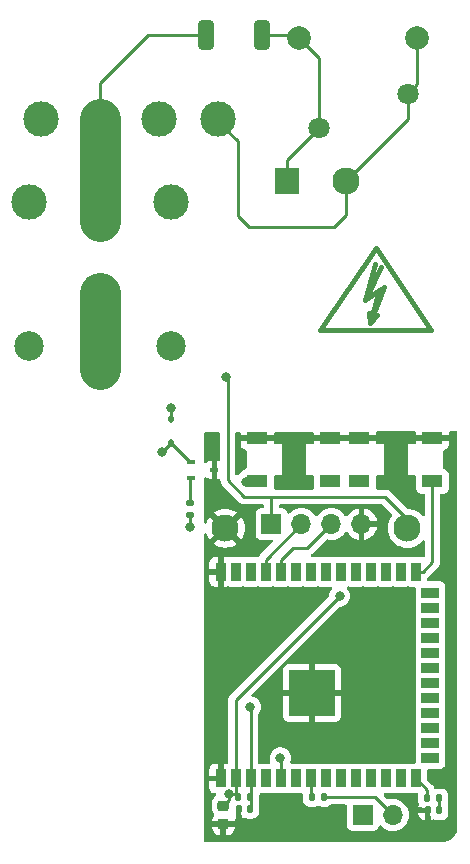
<source format=gbr>
%TF.GenerationSoftware,KiCad,Pcbnew,7.0.1*%
%TF.CreationDate,2023-04-13T16:06:33-04:00*%
%TF.ProjectId,IoT Lightswitch,496f5420-4c69-4676-9874-737769746368,rev?*%
%TF.SameCoordinates,Original*%
%TF.FileFunction,Copper,L1,Top*%
%TF.FilePolarity,Positive*%
%FSLAX46Y46*%
G04 Gerber Fmt 4.6, Leading zero omitted, Abs format (unit mm)*
G04 Created by KiCad (PCBNEW 7.0.1) date 2023-04-13 16:06:33*
%MOMM*%
%LPD*%
G01*
G04 APERTURE LIST*
G04 Aperture macros list*
%AMRoundRect*
0 Rectangle with rounded corners*
0 $1 Rounding radius*
0 $2 $3 $4 $5 $6 $7 $8 $9 X,Y pos of 4 corners*
0 Add a 4 corners polygon primitive as box body*
4,1,4,$2,$3,$4,$5,$6,$7,$8,$9,$2,$3,0*
0 Add four circle primitives for the rounded corners*
1,1,$1+$1,$2,$3*
1,1,$1+$1,$4,$5*
1,1,$1+$1,$6,$7*
1,1,$1+$1,$8,$9*
0 Add four rect primitives between the rounded corners*
20,1,$1+$1,$2,$3,$4,$5,0*
20,1,$1+$1,$4,$5,$6,$7,0*
20,1,$1+$1,$6,$7,$8,$9,0*
20,1,$1+$1,$8,$9,$2,$3,0*%
G04 Aperture macros list end*
%TA.AperFunction,EtchedComponent*%
%ADD10C,0.381000*%
%TD*%
%TA.AperFunction,SMDPad,CuDef*%
%ADD11R,1.800000X1.100000*%
%TD*%
%TA.AperFunction,ComponentPad*%
%ADD12C,3.000000*%
%TD*%
%TA.AperFunction,SMDPad,CuDef*%
%ADD13RoundRect,0.350000X-0.900000X0.350000X-0.900000X-0.350000X0.900000X-0.350000X0.900000X0.350000X0*%
%TD*%
%TA.AperFunction,SMDPad,CuDef*%
%ADD14RoundRect,0.350000X-0.350000X-0.900000X0.350000X-0.900000X0.350000X0.900000X-0.350000X0.900000X0*%
%TD*%
%TA.AperFunction,SMDPad,CuDef*%
%ADD15RoundRect,0.135000X-0.185000X0.135000X-0.185000X-0.135000X0.185000X-0.135000X0.185000X0.135000X0*%
%TD*%
%TA.AperFunction,SMDPad,CuDef*%
%ADD16RoundRect,0.112500X-0.112500X0.187500X-0.112500X-0.187500X0.112500X-0.187500X0.112500X0.187500X0*%
%TD*%
%TA.AperFunction,SMDPad,CuDef*%
%ADD17RoundRect,0.147500X-0.147500X-0.172500X0.147500X-0.172500X0.147500X0.172500X-0.147500X0.172500X0*%
%TD*%
%TA.AperFunction,ComponentPad*%
%ADD18R,1.700000X1.700000*%
%TD*%
%TA.AperFunction,ComponentPad*%
%ADD19O,1.700000X1.700000*%
%TD*%
%TA.AperFunction,SMDPad,CuDef*%
%ADD20RoundRect,0.135000X0.135000X0.185000X-0.135000X0.185000X-0.135000X-0.185000X0.135000X-0.185000X0*%
%TD*%
%TA.AperFunction,SMDPad,CuDef*%
%ADD21RoundRect,0.140000X0.140000X0.170000X-0.140000X0.170000X-0.140000X-0.170000X0.140000X-0.170000X0*%
%TD*%
%TA.AperFunction,SMDPad,CuDef*%
%ADD22R,0.700000X0.450000*%
%TD*%
%TA.AperFunction,SMDPad,CuDef*%
%ADD23R,0.900000X1.500000*%
%TD*%
%TA.AperFunction,SMDPad,CuDef*%
%ADD24R,1.500000X0.900000*%
%TD*%
%TA.AperFunction,HeatsinkPad*%
%ADD25C,0.600000*%
%TD*%
%TA.AperFunction,SMDPad,CuDef*%
%ADD26R,3.900000X3.900000*%
%TD*%
%TA.AperFunction,SMDPad,CuDef*%
%ADD27RoundRect,0.225000X-0.250000X0.225000X-0.250000X-0.225000X0.250000X-0.225000X0.250000X0.225000X0*%
%TD*%
%TA.AperFunction,ComponentPad*%
%ADD28C,2.500000*%
%TD*%
%TA.AperFunction,ComponentPad*%
%ADD29C,1.800000*%
%TD*%
%TA.AperFunction,ComponentPad*%
%ADD30R,2.000000X2.300000*%
%TD*%
%TA.AperFunction,ComponentPad*%
%ADD31C,2.300000*%
%TD*%
%TA.AperFunction,ComponentPad*%
%ADD32C,2.000000*%
%TD*%
%TA.AperFunction,ViaPad*%
%ADD33C,0.800000*%
%TD*%
%TA.AperFunction,Conductor*%
%ADD34C,0.250000*%
%TD*%
%TA.AperFunction,Conductor*%
%ADD35C,3.500000*%
%TD*%
G04 APERTURE END LIST*
D10*
%TO.C,REF\u002A\u002A*%
X166197280Y-78867000D02*
X170896280Y-71882000D01*
X169997120Y-76273660D02*
X171196000Y-75473560D01*
X169997120Y-76273660D02*
X171297600Y-73472040D01*
X170398440Y-78272640D02*
X170296840Y-77373480D01*
X170398440Y-78272640D02*
X170997880Y-77574140D01*
X170398440Y-78272640D02*
X171597320Y-75173840D01*
X170797220Y-73273920D02*
X169997120Y-76273660D01*
X170896280Y-71882000D02*
X175595280Y-78867000D01*
X171196000Y-75473560D02*
X170398440Y-78272640D01*
X171597320Y-75173840D02*
X170997880Y-75572620D01*
X175595280Y-78867000D02*
X166197280Y-78867000D01*
%TD*%
D11*
%TO.P,BOOT,1,1*%
%TO.N,GND*%
X169493000Y-87939000D03*
X175693000Y-87939000D03*
%TO.P,BOOT,2,2*%
%TO.N,BOOT*%
X169493000Y-91639000D03*
X175693000Y-91639000D03*
%TD*%
D12*
%TO.P,J1,1,Pin_1*%
%TO.N,AC_N*%
X157574000Y-60960000D03*
%TO.P,J1,2,Pin_2*%
%TO.N,AC_NC*%
X152574000Y-60960000D03*
%TO.P,J1,3,Pin_3*%
%TO.N,AC_L*%
X147574000Y-60960000D03*
%TO.P,J1,4,Pin_4*%
%TO.N,AC_NO*%
X142574000Y-60960000D03*
%TD*%
D13*
%TO.P,F1,1*%
%TO.N,AC_L*%
X147574000Y-70294000D03*
%TO.P,F1,2*%
%TO.N,AC_L_FUSED*%
X147574000Y-74994000D03*
%TD*%
D11*
%TO.P,RST,1,1*%
%TO.N,RST*%
X167057000Y-91639000D03*
X160857000Y-91639000D03*
%TO.P,RST,2,2*%
%TO.N,GND*%
X167057000Y-87939000D03*
X160857000Y-87939000D03*
%TD*%
D14*
%TO.P,F3,1*%
%TO.N,AC_L*%
X156527000Y-53848000D03*
%TO.P,F3,2*%
%TO.N,Net-(PS1-AC{slash}L)*%
X161227000Y-53848000D03*
%TD*%
D15*
%TO.P,R2,1*%
%TO.N,Net-(Q1-G)*%
X155194000Y-93470000D03*
%TO.P,R2,2*%
%TO.N,IO5*%
X155194000Y-94490000D03*
%TD*%
D16*
%TO.P,D1,1,K*%
%TO.N,+3V3*%
X153543000Y-86326000D03*
%TO.P,D1,2,A*%
%TO.N,Net-(D1-A)*%
X153543000Y-88426000D03*
%TD*%
D17*
%TO.P,D2,1,K*%
%TO.N,GND*%
X175283000Y-119507000D03*
%TO.P,D2,2,A*%
%TO.N,Net-(D2-A)*%
X176253000Y-119507000D03*
%TD*%
D18*
%TO.P,SW5,1,A*%
%TO.N,+3V3*%
X169799000Y-119888000D03*
D19*
%TO.P,SW5,2,B*%
%TO.N,Net-(SW5-B)*%
X172339000Y-119888000D03*
%TD*%
D18*
%TO.P,V  T  R  G,1,Pin_1*%
%TO.N,+3V3*%
X162062000Y-95250000D03*
D19*
%TO.P,V  T  R  G,2,Pin_2*%
%TO.N,TX*%
X164602000Y-95250000D03*
%TO.P,V  T  R  G,3,Pin_3*%
%TO.N,RX*%
X167142000Y-95250000D03*
%TO.P,V  T  R  G,4,Pin_4*%
%TO.N,GND*%
X169682000Y-95250000D03*
%TD*%
D20*
%TO.P,R4,1*%
%TO.N,Net-(D2-A)*%
X176278000Y-118491000D03*
%TO.P,R4,2*%
%TO.N,IO20*%
X175258000Y-118491000D03*
%TD*%
D21*
%TO.P,C1,1*%
%TO.N,RST*%
X160246000Y-119380000D03*
%TO.P,C1,2*%
%TO.N,GND*%
X159286000Y-119380000D03*
%TD*%
D20*
%TO.P,R3,1*%
%TO.N,Net-(SW5-B)*%
X166499000Y-118364000D03*
%TO.P,R3,2*%
%TO.N,IO7*%
X165479000Y-118364000D03*
%TD*%
D22*
%TO.P,Q1,1,D*%
%TO.N,Net-(D1-A)*%
X155210000Y-90028000D03*
%TO.P,Q1,2,G*%
%TO.N,Net-(Q1-G)*%
X155210000Y-91328000D03*
%TO.P,Q1,3,S*%
%TO.N,GND*%
X157210000Y-90678000D03*
%TD*%
D23*
%TO.P,U1,1,GND*%
%TO.N,GND*%
X157758000Y-116800000D03*
%TO.P,U1,2,VCC*%
%TO.N,+3V3*%
X159028000Y-116800000D03*
%TO.P,U1,3,EN*%
%TO.N,RST*%
X160298000Y-116800000D03*
%TO.P,U1,4,IO4*%
%TO.N,unconnected-(U1-IO4-Pad4)*%
X161568000Y-116800000D03*
%TO.P,U1,5,IO5*%
%TO.N,IO5*%
X162838000Y-116800000D03*
%TO.P,U1,6,IO6*%
%TO.N,unconnected-(U1-IO6-Pad6)*%
X164108000Y-116800000D03*
%TO.P,U1,7,IO7*%
%TO.N,IO7*%
X165378000Y-116800000D03*
%TO.P,U1,8,IO15*%
%TO.N,unconnected-(U1-IO15-Pad8)*%
X166648000Y-116800000D03*
%TO.P,U1,9,IO16*%
%TO.N,unconnected-(U1-IO16-Pad9)*%
X167918000Y-116800000D03*
%TO.P,U1,10,IO17*%
%TO.N,unconnected-(U1-IO17-Pad10)*%
X169188000Y-116800000D03*
%TO.P,U1,11,IO18*%
%TO.N,unconnected-(U1-IO18-Pad11)*%
X170458000Y-116800000D03*
%TO.P,U1,12,IO8*%
%TO.N,unconnected-(U1-IO8-Pad12)*%
X171728000Y-116800000D03*
%TO.P,U1,13,IO19*%
%TO.N,unconnected-(U1-IO19-Pad13)*%
X172998000Y-116800000D03*
%TO.P,U1,14,IO20*%
%TO.N,IO20*%
X174268000Y-116800000D03*
D24*
%TO.P,U1,15,IO3*%
%TO.N,unconnected-(U1-IO3-Pad15)*%
X175518000Y-115035000D03*
%TO.P,U1,16,IO46*%
%TO.N,unconnected-(U1-IO46-Pad16)*%
X175518000Y-113765000D03*
%TO.P,U1,17,IO9*%
%TO.N,unconnected-(U1-IO9-Pad17)*%
X175518000Y-112495000D03*
%TO.P,U1,18,IO10*%
%TO.N,unconnected-(U1-IO10-Pad18)*%
X175518000Y-111225000D03*
%TO.P,U1,19,IO11*%
%TO.N,unconnected-(U1-IO11-Pad19)*%
X175518000Y-109955000D03*
%TO.P,U1,20,IO12*%
%TO.N,unconnected-(U1-IO12-Pad20)*%
X175518000Y-108685000D03*
%TO.P,U1,21,IO13*%
%TO.N,unconnected-(U1-IO13-Pad21)*%
X175518000Y-107415000D03*
%TO.P,U1,22,IO14*%
%TO.N,unconnected-(U1-IO14-Pad22)*%
X175518000Y-106145000D03*
%TO.P,U1,23,IO21*%
%TO.N,unconnected-(U1-IO21-Pad23)*%
X175518000Y-104875000D03*
%TO.P,U1,24,IO33*%
%TO.N,unconnected-(U1-IO33-Pad24)*%
X175518000Y-103605000D03*
%TO.P,U1,25,IO34*%
%TO.N,unconnected-(U1-IO34-Pad25)*%
X175518000Y-102335000D03*
%TO.P,U1,26,IO45*%
%TO.N,unconnected-(U1-IO45-Pad26)*%
X175518000Y-101065000D03*
D23*
%TO.P,U1,27,IO0*%
%TO.N,BOOT*%
X174268000Y-99300000D03*
%TO.P,U1,28,IO35*%
%TO.N,unconnected-(U1-IO35-Pad28)*%
X172998000Y-99300000D03*
%TO.P,U1,29,IO36*%
%TO.N,unconnected-(U1-IO36-Pad29)*%
X171728000Y-99300000D03*
%TO.P,U1,30,IO37*%
%TO.N,unconnected-(U1-IO37-Pad30)*%
X170458000Y-99300000D03*
%TO.P,U1,31,IO38*%
%TO.N,unconnected-(U1-IO38-Pad31)*%
X169188000Y-99300000D03*
%TO.P,U1,32,IO39*%
%TO.N,unconnected-(U1-IO39-Pad32)*%
X167918000Y-99300000D03*
%TO.P,U1,33,IO40*%
%TO.N,unconnected-(U1-IO40-Pad33)*%
X166648000Y-99300000D03*
%TO.P,U1,34,IO41*%
%TO.N,unconnected-(U1-IO41-Pad34)*%
X165378000Y-99300000D03*
%TO.P,U1,35,IO42*%
%TO.N,unconnected-(U1-IO42-Pad35)*%
X164108000Y-99300000D03*
%TO.P,U1,36,RX*%
%TO.N,RX*%
X162838000Y-99300000D03*
%TO.P,U1,37,TX*%
%TO.N,TX*%
X161568000Y-99300000D03*
%TO.P,U1,38,IO2*%
%TO.N,unconnected-(U1-IO2-Pad38)*%
X160298000Y-99300000D03*
%TO.P,U1,39,IO1*%
%TO.N,unconnected-(U1-IO1-Pad39)*%
X159028000Y-99300000D03*
%TO.P,U1,40,GND*%
%TO.N,GND*%
X157758000Y-99300000D03*
D25*
%TO.P,U1,41,EPAD*%
X164778000Y-110950000D03*
X166178000Y-110950000D03*
X164078000Y-110250000D03*
X165478000Y-110250000D03*
X166878000Y-110250000D03*
X164778000Y-109550000D03*
D26*
X165478000Y-109550000D03*
D25*
X166178000Y-109550000D03*
X164078000Y-108850000D03*
X165478000Y-108850000D03*
X166878000Y-108850000D03*
X164778000Y-108150000D03*
X166178000Y-108150000D03*
%TD*%
D20*
%TO.P,R1,1*%
%TO.N,RST*%
X160276000Y-118364000D03*
%TO.P,R1,2*%
%TO.N,+3V3*%
X159256000Y-118364000D03*
%TD*%
D27*
%TO.P,C3,1*%
%TO.N,+3V3*%
X157988000Y-119113000D03*
%TO.P,C3,2*%
%TO.N,GND*%
X157988000Y-120663000D03*
%TD*%
D12*
%TO.P,K1,1*%
%TO.N,AC_L_FUSED*%
X147574000Y-82160000D03*
D28*
%TO.P,K1,2*%
%TO.N,+3V3*%
X153524000Y-80210000D03*
D12*
%TO.P,K1,3*%
%TO.N,AC_NO*%
X141524000Y-68010000D03*
%TO.P,K1,4*%
%TO.N,AC_NC*%
X153574000Y-67960000D03*
D28*
%TO.P,K1,5*%
%TO.N,Net-(D1-A)*%
X141524000Y-80210000D03*
%TD*%
D29*
%TO.P,RV1,1*%
%TO.N,Net-(PS1-AC{slash}L)*%
X166116000Y-61722000D03*
%TO.P,RV1,2*%
%TO.N,AC_N*%
X173616000Y-58822000D03*
%TD*%
D30*
%TO.P,PS1,1,AC/L*%
%TO.N,Net-(PS1-AC{slash}L)*%
X163362000Y-66209500D03*
D31*
%TO.P,PS1,2,AC/N*%
%TO.N,AC_N*%
X168362000Y-66209500D03*
%TO.P,PS1,3,-Vout*%
%TO.N,GND*%
X158162000Y-95609500D03*
%TO.P,PS1,4,+Vout*%
%TO.N,+3V3*%
X173562000Y-95609500D03*
%TD*%
D32*
%TO.P,C2,1*%
%TO.N,Net-(PS1-AC{slash}L)*%
X164418000Y-54102000D03*
%TO.P,C2,2*%
%TO.N,AC_N*%
X174418000Y-54102000D03*
%TD*%
D33*
%TO.N,RST*%
X160274000Y-110744000D03*
X159893000Y-91694000D03*
%TO.N,+3V3*%
X153543000Y-85471000D03*
X158242000Y-82804000D03*
X158496000Y-118110000D03*
X167825500Y-101346000D03*
%TO.N,IO5*%
X162814000Y-115062000D03*
X155194000Y-95504000D03*
%TO.N,Net-(D1-A)*%
X152815000Y-89154000D03*
%TO.N,GND*%
X167894000Y-121031000D03*
X158877000Y-108077000D03*
X163957000Y-89789000D03*
X172593000Y-89789000D03*
X165735000Y-101346000D03*
X163957000Y-121031000D03*
X159004000Y-101346000D03*
X163957000Y-118618000D03*
X173482000Y-105918000D03*
X159766000Y-120650000D03*
X159512000Y-89789000D03*
X170307000Y-101473000D03*
X156972000Y-88392000D03*
X164719000Y-114808000D03*
X176403000Y-99568000D03*
X169926000Y-110871000D03*
X162052000Y-109601000D03*
X173482000Y-113157000D03*
X176149000Y-116713000D03*
X168402000Y-104648000D03*
X168275000Y-97282000D03*
X157353000Y-92964000D03*
X173990000Y-118491000D03*
X157734000Y-113919000D03*
X174244000Y-93345000D03*
%TD*%
D34*
%TO.N,Net-(PS1-AC{slash}L)*%
X161227000Y-53848000D02*
X164164000Y-53848000D01*
X164164000Y-53848000D02*
X164418000Y-54102000D01*
%TO.N,AC_L*%
X156527000Y-53848000D02*
X151638000Y-53848000D01*
X151638000Y-53848000D02*
X147574000Y-57912000D01*
X147574000Y-57912000D02*
X147574000Y-60960000D01*
%TO.N,AC_N*%
X157574000Y-60960000D02*
X157574000Y-61181000D01*
X167386000Y-70104000D02*
X168362000Y-69128000D01*
X157574000Y-61181000D02*
X159258000Y-62865000D01*
X160147000Y-70104000D02*
X167386000Y-70104000D01*
X159258000Y-62865000D02*
X159258000Y-69215000D01*
X159258000Y-69215000D02*
X160147000Y-70104000D01*
X168362000Y-69128000D02*
X168362000Y-66209500D01*
X174418000Y-54102000D02*
X174418000Y-58020000D01*
X174418000Y-58020000D02*
X173616000Y-58822000D01*
X173616000Y-58822000D02*
X173616000Y-60955500D01*
X173616000Y-60955500D02*
X168362000Y-66209500D01*
%TO.N,Net-(PS1-AC{slash}L)*%
X163362000Y-66209500D02*
X163362000Y-64476000D01*
X163362000Y-64476000D02*
X166116000Y-61722000D01*
X164418000Y-54102000D02*
X166116000Y-55800000D01*
X166116000Y-55800000D02*
X166116000Y-61722000D01*
%TO.N,RST*%
X159893000Y-91694000D02*
X160802000Y-91694000D01*
X160802000Y-91694000D02*
X160857000Y-91639000D01*
X160298000Y-116800000D02*
X160298000Y-110768000D01*
X160298000Y-119328000D02*
X160246000Y-119380000D01*
X160298000Y-110768000D02*
X160274000Y-110744000D01*
X160298000Y-116800000D02*
X160298000Y-119328000D01*
%TO.N,+3V3*%
X158496000Y-118605000D02*
X157988000Y-119113000D01*
X159028000Y-116800000D02*
X159028000Y-118136000D01*
X167825500Y-101346000D02*
X159028000Y-110143500D01*
X162062000Y-95250000D02*
X162062000Y-92974000D01*
X173562000Y-95609500D02*
X173562000Y-94822000D01*
X158369000Y-91567000D02*
X158369000Y-82931000D01*
X159028000Y-118136000D02*
X159256000Y-118364000D01*
X158369000Y-82931000D02*
X158242000Y-82804000D01*
X159028000Y-110143500D02*
X159028000Y-116800000D01*
X158496000Y-118110000D02*
X158496000Y-118605000D01*
X158496000Y-118110000D02*
X159002000Y-118110000D01*
X171704000Y-92964000D02*
X159766000Y-92964000D01*
X173562000Y-94822000D02*
X171704000Y-92964000D01*
X159766000Y-92964000D02*
X158369000Y-91567000D01*
X153543000Y-85471000D02*
X153543000Y-86326000D01*
X159002000Y-118110000D02*
X159256000Y-118364000D01*
%TO.N,Net-(Q1-G)*%
X155194000Y-91344000D02*
X155210000Y-91328000D01*
X155194000Y-93470000D02*
X155194000Y-91344000D01*
%TO.N,IO5*%
X162838000Y-115086000D02*
X162814000Y-115062000D01*
X155194000Y-95504000D02*
X155194000Y-94490000D01*
X162838000Y-116800000D02*
X162838000Y-115086000D01*
D35*
%TO.N,AC_L*%
X147574000Y-60960000D02*
X147574000Y-69570600D01*
D34*
%TO.N,Net-(D1-A)*%
X155145000Y-90028000D02*
X153543000Y-88426000D01*
X153543000Y-88426000D02*
X152815000Y-89154000D01*
X155210000Y-90028000D02*
X155145000Y-90028000D01*
%TO.N,IO7*%
X165378000Y-118263000D02*
X165479000Y-118364000D01*
X165378000Y-116800000D02*
X165378000Y-118263000D01*
%TO.N,Net-(D2-A)*%
X176253000Y-119507000D02*
X176253000Y-118516000D01*
X176253000Y-118516000D02*
X176278000Y-118491000D01*
%TO.N,BOOT*%
X174893000Y-99300000D02*
X174268000Y-99300000D01*
X175693000Y-98500000D02*
X174893000Y-99300000D01*
X175693000Y-91639000D02*
X175693000Y-98500000D01*
%TO.N,RX*%
X162838000Y-99300000D02*
X162838000Y-98300000D01*
X162838000Y-98300000D02*
X163856000Y-97282000D01*
X163856000Y-97282000D02*
X165110000Y-97282000D01*
X165110000Y-97282000D02*
X167142000Y-95250000D01*
%TO.N,TX*%
X161568000Y-99300000D02*
X161568000Y-98274000D01*
X164592000Y-95250000D02*
X164602000Y-95250000D01*
X161568000Y-98274000D02*
X164592000Y-95250000D01*
%TO.N,Net-(SW5-B)*%
X172339000Y-119888000D02*
X170815000Y-118364000D01*
X170815000Y-118364000D02*
X166499000Y-118364000D01*
D35*
%TO.N,AC_L_FUSED*%
X147574000Y-82160000D02*
X147574000Y-75717400D01*
D34*
%TO.N,IO20*%
X175258000Y-118491000D02*
X175258000Y-117790000D01*
X175258000Y-117790000D02*
X174268000Y-116800000D01*
%TD*%
%TA.AperFunction,Conductor*%
%TO.N,GND*%
G36*
X177737100Y-87400176D02*
G01*
X177782772Y-87445593D01*
X177799500Y-87507793D01*
X177799500Y-120899123D01*
X177799117Y-120908855D01*
X177795056Y-120960436D01*
X177794967Y-120961511D01*
X177782714Y-121101568D01*
X177779760Y-121119708D01*
X177760866Y-121198409D01*
X177760067Y-121201556D01*
X177731868Y-121306793D01*
X177726655Y-121322150D01*
X177693388Y-121402467D01*
X177691208Y-121407421D01*
X177647680Y-121500767D01*
X177641025Y-121513153D01*
X177594451Y-121589153D01*
X177590299Y-121595485D01*
X177532414Y-121678154D01*
X177525129Y-121687563D01*
X177466699Y-121755975D01*
X177460090Y-121763124D01*
X177389124Y-121834090D01*
X177381975Y-121840699D01*
X177313563Y-121899129D01*
X177304154Y-121906414D01*
X177221485Y-121964299D01*
X177215153Y-121968451D01*
X177139153Y-122015025D01*
X177126767Y-122021680D01*
X177033421Y-122065208D01*
X177028467Y-122067388D01*
X176948150Y-122100655D01*
X176932793Y-122105868D01*
X176827556Y-122134067D01*
X176824409Y-122134866D01*
X176745708Y-122153760D01*
X176727568Y-122156714D01*
X176587511Y-122168967D01*
X176586436Y-122169056D01*
X176534855Y-122173117D01*
X176525123Y-122173500D01*
X156461000Y-122173500D01*
X156399000Y-122156887D01*
X156353613Y-122111500D01*
X156337000Y-122049500D01*
X156337000Y-120913000D01*
X157013001Y-120913000D01*
X157013001Y-120936315D01*
X157023143Y-121035605D01*
X157076453Y-121196486D01*
X157165426Y-121340732D01*
X157285267Y-121460573D01*
X157429513Y-121549546D01*
X157590393Y-121602856D01*
X157689685Y-121613000D01*
X157738000Y-121613000D01*
X157738000Y-120913000D01*
X158238000Y-120913000D01*
X158238000Y-121612999D01*
X158286315Y-121612999D01*
X158385605Y-121602856D01*
X158546486Y-121549546D01*
X158690732Y-121460573D01*
X158810573Y-121340732D01*
X158899546Y-121196486D01*
X158952856Y-121035606D01*
X158963000Y-120936315D01*
X158963000Y-120913000D01*
X158238000Y-120913000D01*
X157738000Y-120913000D01*
X157013001Y-120913000D01*
X156337000Y-120913000D01*
X156337000Y-116550000D01*
X156808000Y-116550000D01*
X157508000Y-116550000D01*
X157508000Y-115550000D01*
X157260176Y-115550000D01*
X157200624Y-115556402D01*
X157065910Y-115606647D01*
X156950811Y-115692811D01*
X156864647Y-115807910D01*
X156814402Y-115942624D01*
X156808000Y-116002176D01*
X156808000Y-116550000D01*
X156337000Y-116550000D01*
X156337000Y-99550000D01*
X156808000Y-99550000D01*
X156808000Y-100097824D01*
X156814402Y-100157375D01*
X156864647Y-100292089D01*
X156950811Y-100407188D01*
X157065910Y-100493352D01*
X157200624Y-100543597D01*
X157260176Y-100550000D01*
X157508000Y-100550000D01*
X157508000Y-99550000D01*
X156808000Y-99550000D01*
X156337000Y-99550000D01*
X156337000Y-99050000D01*
X156808000Y-99050000D01*
X157508000Y-99050000D01*
X157508000Y-98050000D01*
X157260176Y-98050000D01*
X157200624Y-98056402D01*
X157065910Y-98106647D01*
X156950811Y-98192811D01*
X156864647Y-98307910D01*
X156814402Y-98442624D01*
X156808000Y-98502176D01*
X156808000Y-99050000D01*
X156337000Y-99050000D01*
X156337000Y-96942698D01*
X157182354Y-96942698D01*
X157189155Y-96948506D01*
X157410597Y-97084205D01*
X157650544Y-97183596D01*
X157903083Y-97244224D01*
X158162000Y-97264601D01*
X158420916Y-97244224D01*
X158673455Y-97183596D01*
X158913397Y-97084207D01*
X159134849Y-96948503D01*
X159141645Y-96942698D01*
X158162000Y-95963053D01*
X157182354Y-96942698D01*
X156337000Y-96942698D01*
X156337000Y-96123537D01*
X156351262Y-96065801D01*
X156390766Y-96021345D01*
X156446425Y-96000397D01*
X156505438Y-96007773D01*
X156554228Y-96041778D01*
X156581574Y-96094590D01*
X156587903Y-96120955D01*
X156687294Y-96360902D01*
X156822993Y-96582343D01*
X156828801Y-96589144D01*
X157808447Y-95609501D01*
X158515553Y-95609501D01*
X159495198Y-96589145D01*
X159501003Y-96582349D01*
X159636707Y-96360897D01*
X159736096Y-96120955D01*
X159796724Y-95868416D01*
X159817101Y-95609499D01*
X159796724Y-95350583D01*
X159736096Y-95098044D01*
X159636705Y-94858097D01*
X159501006Y-94636655D01*
X159495198Y-94629854D01*
X158515553Y-95609500D01*
X158515553Y-95609501D01*
X157808447Y-95609501D01*
X157808447Y-95609500D01*
X156828801Y-94629854D01*
X156822992Y-94636656D01*
X156687294Y-94858097D01*
X156587903Y-95098044D01*
X156581574Y-95124410D01*
X156554228Y-95177222D01*
X156505438Y-95211227D01*
X156446425Y-95218603D01*
X156390766Y-95197655D01*
X156351262Y-95153199D01*
X156337000Y-95095463D01*
X156337000Y-94276301D01*
X157182354Y-94276301D01*
X158162000Y-95255947D01*
X158162001Y-95255947D01*
X159141645Y-94276301D01*
X159134843Y-94270493D01*
X158913402Y-94134794D01*
X158673455Y-94035403D01*
X158420916Y-93974775D01*
X158162000Y-93954398D01*
X157903083Y-93974775D01*
X157650544Y-94035403D01*
X157410597Y-94134794D01*
X157189156Y-94270492D01*
X157182354Y-94276301D01*
X156337000Y-94276301D01*
X156337000Y-91383785D01*
X156355505Y-91318618D01*
X156405496Y-91272901D01*
X156472053Y-91260279D01*
X156535311Y-91284518D01*
X156617911Y-91346352D01*
X156752624Y-91396597D01*
X156812176Y-91403000D01*
X156985000Y-91403000D01*
X156985000Y-89953000D01*
X156812176Y-89953000D01*
X156752624Y-89959402D01*
X156617911Y-90009647D01*
X156535311Y-90071482D01*
X156472053Y-90095721D01*
X156405496Y-90083099D01*
X156355505Y-90037382D01*
X156337000Y-89972215D01*
X156337000Y-87626309D01*
X156353498Y-87564509D01*
X156398601Y-87519153D01*
X156460306Y-87502311D01*
X156606258Y-87501495D01*
X157618807Y-87495840D01*
X157681100Y-87512221D01*
X157726772Y-87557638D01*
X157743500Y-87619838D01*
X157743500Y-89829540D01*
X157724607Y-89895331D01*
X157673686Y-89941074D01*
X157614474Y-89951397D01*
X157614474Y-89953000D01*
X157435000Y-89953000D01*
X157435000Y-91403000D01*
X157614474Y-91403000D01*
X157614474Y-91405019D01*
X157670852Y-91414528D01*
X157721560Y-91458645D01*
X157741800Y-91522739D01*
X157743439Y-91574872D01*
X157743500Y-91578768D01*
X157743500Y-91606349D01*
X157744003Y-91610334D01*
X157744918Y-91621967D01*
X157746290Y-91665626D01*
X157751879Y-91684860D01*
X157755825Y-91703916D01*
X157758335Y-91723792D01*
X157774414Y-91764404D01*
X157778197Y-91775451D01*
X157790382Y-91817391D01*
X157800580Y-91834635D01*
X157809136Y-91852100D01*
X157816514Y-91870732D01*
X157816515Y-91870733D01*
X157842180Y-91906059D01*
X157848593Y-91915822D01*
X157870826Y-91953416D01*
X157870829Y-91953419D01*
X157870830Y-91953420D01*
X157884995Y-91967585D01*
X157897627Y-91982375D01*
X157909406Y-91998587D01*
X157943058Y-92026426D01*
X157951699Y-92034289D01*
X159265196Y-93347787D01*
X159278096Y-93363888D01*
X159329223Y-93411900D01*
X159332020Y-93414611D01*
X159351529Y-93434120D01*
X159354711Y-93436588D01*
X159363571Y-93444155D01*
X159395418Y-93474062D01*
X159412970Y-93483711D01*
X159429238Y-93494397D01*
X159445064Y-93506673D01*
X159485146Y-93524017D01*
X159495633Y-93529155D01*
X159533907Y-93550197D01*
X159542410Y-93552379D01*
X159553308Y-93555178D01*
X159571713Y-93561478D01*
X159590104Y-93569437D01*
X159633250Y-93576270D01*
X159644668Y-93578635D01*
X159686981Y-93589500D01*
X159707016Y-93589500D01*
X159726415Y-93591027D01*
X159746196Y-93594160D01*
X159789674Y-93590050D01*
X159801344Y-93589500D01*
X161312500Y-93589500D01*
X161374500Y-93606113D01*
X161419887Y-93651500D01*
X161436500Y-93713500D01*
X161436500Y-93775501D01*
X161419887Y-93837501D01*
X161374500Y-93882888D01*
X161312500Y-93899501D01*
X161164128Y-93899501D01*
X161134322Y-93902705D01*
X161104515Y-93905909D01*
X160969669Y-93956204D01*
X160854454Y-94042454D01*
X160768204Y-94157668D01*
X160717909Y-94292516D01*
X160711500Y-94352130D01*
X160711500Y-96147869D01*
X160717909Y-96207483D01*
X160768204Y-96342331D01*
X160854454Y-96457546D01*
X160969669Y-96543796D01*
X161104517Y-96594091D01*
X161164127Y-96600500D01*
X162057548Y-96600499D01*
X162113842Y-96614014D01*
X162157865Y-96651614D01*
X162180020Y-96705101D01*
X162175478Y-96762817D01*
X162145228Y-96812180D01*
X161184208Y-97773199D01*
X161168110Y-97786096D01*
X161120096Y-97837225D01*
X161117391Y-97840017D01*
X161097874Y-97859534D01*
X161095415Y-97862705D01*
X161087842Y-97871572D01*
X161057935Y-97903420D01*
X161048285Y-97920974D01*
X161037609Y-97937228D01*
X161025326Y-97953063D01*
X161010178Y-97988067D01*
X160972004Y-98037086D01*
X160914845Y-98061434D01*
X160871043Y-98056874D01*
X160870968Y-98057574D01*
X160855483Y-98055909D01*
X160795873Y-98049500D01*
X160795869Y-98049500D01*
X159800130Y-98049500D01*
X159740516Y-98055909D01*
X159706331Y-98068659D01*
X159663000Y-98076476D01*
X159619668Y-98068658D01*
X159585486Y-98055909D01*
X159559935Y-98053162D01*
X159525873Y-98049500D01*
X159525869Y-98049500D01*
X158530130Y-98049500D01*
X158470514Y-98055909D01*
X158435617Y-98068925D01*
X158392284Y-98076743D01*
X158348952Y-98068925D01*
X158315377Y-98056402D01*
X158255824Y-98050000D01*
X158008000Y-98050000D01*
X158008000Y-100550000D01*
X158255824Y-100550000D01*
X158315376Y-100543597D01*
X158348949Y-100531075D01*
X158392284Y-100523256D01*
X158435618Y-100531074D01*
X158453867Y-100537881D01*
X158469747Y-100543804D01*
X158470517Y-100544091D01*
X158530127Y-100550500D01*
X159525872Y-100550499D01*
X159585483Y-100544091D01*
X159619665Y-100531341D01*
X159662999Y-100523523D01*
X159706332Y-100531340D01*
X159740517Y-100544091D01*
X159800127Y-100550500D01*
X160795872Y-100550499D01*
X160855483Y-100544091D01*
X160889665Y-100531341D01*
X160932999Y-100523523D01*
X160976332Y-100531340D01*
X161010517Y-100544091D01*
X161070127Y-100550500D01*
X162065872Y-100550499D01*
X162125483Y-100544091D01*
X162159665Y-100531341D01*
X162202999Y-100523523D01*
X162246332Y-100531340D01*
X162280517Y-100544091D01*
X162340127Y-100550500D01*
X163335872Y-100550499D01*
X163395483Y-100544091D01*
X163429665Y-100531341D01*
X163472999Y-100523523D01*
X163516332Y-100531340D01*
X163550517Y-100544091D01*
X163610127Y-100550500D01*
X164605872Y-100550499D01*
X164665483Y-100544091D01*
X164699665Y-100531341D01*
X164742999Y-100523523D01*
X164786332Y-100531340D01*
X164820517Y-100544091D01*
X164880127Y-100550500D01*
X165875872Y-100550499D01*
X165935483Y-100544091D01*
X165969665Y-100531341D01*
X166012999Y-100523523D01*
X166056332Y-100531340D01*
X166090517Y-100544091D01*
X166150127Y-100550500D01*
X167051521Y-100550499D01*
X167106656Y-100563431D01*
X167150291Y-100599529D01*
X167173325Y-100651264D01*
X167170953Y-100707845D01*
X167143671Y-100757471D01*
X167092966Y-100813783D01*
X166998320Y-100977715D01*
X166939826Y-101157742D01*
X166922178Y-101325651D01*
X166910777Y-101366073D01*
X166886538Y-101400370D01*
X158644208Y-109642699D01*
X158628110Y-109655596D01*
X158580096Y-109706725D01*
X158577391Y-109709517D01*
X158557874Y-109729034D01*
X158555415Y-109732205D01*
X158547842Y-109741072D01*
X158517935Y-109772920D01*
X158508285Y-109790474D01*
X158497609Y-109806728D01*
X158485326Y-109822563D01*
X158467975Y-109862658D01*
X158462838Y-109873144D01*
X158441802Y-109911407D01*
X158436821Y-109930809D01*
X158430520Y-109949211D01*
X158422561Y-109967602D01*
X158415728Y-110010742D01*
X158413360Y-110022174D01*
X158402500Y-110064478D01*
X158402500Y-110084516D01*
X158400973Y-110103915D01*
X158397840Y-110123694D01*
X158401950Y-110167175D01*
X158402500Y-110178844D01*
X158402500Y-115427723D01*
X158383606Y-115493516D01*
X158332681Y-115539260D01*
X158265245Y-115551012D01*
X158255832Y-115550000D01*
X158008000Y-115550000D01*
X158008000Y-116926000D01*
X157991387Y-116988000D01*
X157946000Y-117033387D01*
X157884000Y-117050000D01*
X156808000Y-117050000D01*
X156808000Y-117597824D01*
X156814402Y-117657375D01*
X156864647Y-117792089D01*
X156950811Y-117907188D01*
X157065910Y-117993352D01*
X157200624Y-118043597D01*
X157260176Y-118050000D01*
X157277402Y-118050000D01*
X157338776Y-118066254D01*
X157384060Y-118110755D01*
X157401383Y-118171836D01*
X157386203Y-118233484D01*
X157342499Y-118279538D01*
X157284955Y-118315031D01*
X157165031Y-118434955D01*
X157075997Y-118579300D01*
X157022650Y-118740292D01*
X157012500Y-118839655D01*
X157012500Y-119386344D01*
X157022650Y-119485707D01*
X157075997Y-119646699D01*
X157165031Y-119791044D01*
X157174659Y-119800672D01*
X157206753Y-119856258D01*
X157206753Y-119920445D01*
X157174661Y-119976032D01*
X157165426Y-119985266D01*
X157076453Y-120129513D01*
X157023143Y-120290393D01*
X157013000Y-120389685D01*
X157013000Y-120413000D01*
X158962999Y-120413000D01*
X158962999Y-120389686D01*
X158955852Y-120319724D01*
X158965610Y-120257412D01*
X159004759Y-120207961D01*
X159036000Y-120184505D01*
X159036000Y-119308500D01*
X159052613Y-119246500D01*
X159098000Y-119201113D01*
X159159999Y-119184500D01*
X159246354Y-119184499D01*
X159341500Y-119184499D01*
X159403500Y-119201112D01*
X159448887Y-119246499D01*
X159465500Y-119308499D01*
X159465500Y-119614688D01*
X159468357Y-119650996D01*
X159513505Y-119806394D01*
X159518732Y-119815232D01*
X159536000Y-119878353D01*
X159536000Y-120184504D01*
X159682193Y-120142032D01*
X159702383Y-120130091D01*
X159765506Y-120112821D01*
X159828629Y-120130089D01*
X159849605Y-120142494D01*
X160005003Y-120187642D01*
X160005007Y-120187643D01*
X160041310Y-120190500D01*
X160450688Y-120190500D01*
X160450690Y-120190500D01*
X160486993Y-120187643D01*
X160642395Y-120142494D01*
X160781687Y-120060117D01*
X160896117Y-119945687D01*
X160978494Y-119806395D01*
X161023643Y-119650993D01*
X161026500Y-119614690D01*
X161026500Y-119145310D01*
X161023643Y-119109007D01*
X161021860Y-119102871D01*
X160974124Y-118938562D01*
X160975903Y-118938044D01*
X160964325Y-118895728D01*
X160981593Y-118832604D01*
X160998869Y-118803393D01*
X161043665Y-118649204D01*
X161046500Y-118613181D01*
X161046499Y-118174498D01*
X161063112Y-118112499D01*
X161108499Y-118067112D01*
X161170495Y-118050499D01*
X162065872Y-118050499D01*
X162125483Y-118044091D01*
X162159665Y-118031341D01*
X162202999Y-118023523D01*
X162246332Y-118031340D01*
X162280517Y-118044091D01*
X162340127Y-118050500D01*
X163335872Y-118050499D01*
X163395483Y-118044091D01*
X163429665Y-118031341D01*
X163472999Y-118023523D01*
X163516332Y-118031340D01*
X163550517Y-118044091D01*
X163610127Y-118050500D01*
X164584500Y-118050499D01*
X164646500Y-118067112D01*
X164691887Y-118112499D01*
X164708500Y-118174499D01*
X164708500Y-118613179D01*
X164711335Y-118649205D01*
X164756130Y-118803392D01*
X164831237Y-118930390D01*
X164837865Y-118941598D01*
X164951402Y-119055135D01*
X165089607Y-119136869D01*
X165243796Y-119181665D01*
X165279819Y-119184500D01*
X165678180Y-119184499D01*
X165714204Y-119181665D01*
X165868393Y-119136869D01*
X165925879Y-119102870D01*
X165988998Y-119085603D01*
X166052117Y-119102870D01*
X166109607Y-119136869D01*
X166109609Y-119136870D01*
X166227619Y-119171154D01*
X166263796Y-119181665D01*
X166299819Y-119184500D01*
X166698180Y-119184499D01*
X166734204Y-119181665D01*
X166888393Y-119136869D01*
X167026598Y-119055135D01*
X167055913Y-119025819D01*
X167096142Y-118998939D01*
X167143595Y-118989500D01*
X168324500Y-118989500D01*
X168386500Y-119006113D01*
X168431887Y-119051500D01*
X168448500Y-119113500D01*
X168448500Y-120785869D01*
X168454909Y-120845484D01*
X168474915Y-120899123D01*
X168505204Y-120980331D01*
X168591454Y-121095546D01*
X168706669Y-121181796D01*
X168841517Y-121232091D01*
X168901127Y-121238500D01*
X170696872Y-121238499D01*
X170756483Y-121232091D01*
X170891331Y-121181796D01*
X171006546Y-121095546D01*
X171092796Y-120980331D01*
X171141810Y-120848916D01*
X171176789Y-120798537D01*
X171231634Y-120771084D01*
X171292927Y-120773273D01*
X171345673Y-120804568D01*
X171467599Y-120926495D01*
X171661170Y-121062035D01*
X171875337Y-121161903D01*
X172103592Y-121223063D01*
X172339000Y-121243659D01*
X172574408Y-121223063D01*
X172802663Y-121161903D01*
X173016830Y-121062035D01*
X173210401Y-120926495D01*
X173377495Y-120759401D01*
X173513035Y-120565830D01*
X173612903Y-120351663D01*
X173674063Y-120123408D01*
X173694659Y-119888000D01*
X173688292Y-119815232D01*
X173683197Y-119757000D01*
X174488954Y-119757000D01*
X174490889Y-119781597D01*
X174536530Y-119938696D01*
X174619808Y-120079511D01*
X174735488Y-120195191D01*
X174876303Y-120278469D01*
X175032998Y-120323994D01*
X175033000Y-120323993D01*
X175033000Y-119757000D01*
X174488954Y-119757000D01*
X173683197Y-119757000D01*
X173674063Y-119652592D01*
X173629347Y-119485708D01*
X173612903Y-119424337D01*
X173513035Y-119210171D01*
X173377495Y-119016599D01*
X173210401Y-118849505D01*
X173016830Y-118713965D01*
X172802663Y-118614097D01*
X172741501Y-118597709D01*
X172574407Y-118552936D01*
X172339000Y-118532340D01*
X172103591Y-118552936D01*
X172003125Y-118579855D01*
X171938939Y-118579855D01*
X171883352Y-118547761D01*
X171597771Y-118262180D01*
X171567521Y-118212817D01*
X171562979Y-118155101D01*
X171585134Y-118101614D01*
X171629157Y-118064014D01*
X171685452Y-118050499D01*
X172225870Y-118050499D01*
X172225872Y-118050499D01*
X172285483Y-118044091D01*
X172319665Y-118031341D01*
X172362999Y-118023523D01*
X172406332Y-118031340D01*
X172440517Y-118044091D01*
X172500127Y-118050500D01*
X173495872Y-118050499D01*
X173555483Y-118044091D01*
X173589665Y-118031341D01*
X173632999Y-118023523D01*
X173676332Y-118031340D01*
X173710517Y-118044091D01*
X173770127Y-118050500D01*
X174370300Y-118050499D01*
X174425724Y-118063575D01*
X174469459Y-118100044D01*
X174492281Y-118152216D01*
X174490197Y-118193041D01*
X174491332Y-118193131D01*
X174490335Y-118205794D01*
X174490335Y-118205796D01*
X174488745Y-118225997D01*
X174487500Y-118241822D01*
X174487500Y-118740179D01*
X174490335Y-118776205D01*
X174535130Y-118930391D01*
X174541351Y-118940910D01*
X174558619Y-119004029D01*
X174541353Y-119067149D01*
X174536530Y-119075303D01*
X174490889Y-119232400D01*
X174488953Y-119257000D01*
X174827317Y-119257000D01*
X174861912Y-119261924D01*
X174886481Y-119269062D01*
X175022796Y-119308665D01*
X175058819Y-119311500D01*
X175333501Y-119311499D01*
X175395500Y-119328112D01*
X175440887Y-119373499D01*
X175457500Y-119435499D01*
X175457500Y-119744938D01*
X175460391Y-119781678D01*
X175506067Y-119938893D01*
X175506068Y-119938895D01*
X175506069Y-119938897D01*
X175515732Y-119955237D01*
X175533000Y-120018357D01*
X175533000Y-120323993D01*
X175533001Y-120323994D01*
X175689695Y-120278469D01*
X175704385Y-120269782D01*
X175767508Y-120252512D01*
X175830631Y-120269781D01*
X175846103Y-120278931D01*
X176003321Y-120324608D01*
X176003325Y-120324609D01*
X176040060Y-120327500D01*
X176465938Y-120327500D01*
X176465940Y-120327500D01*
X176502675Y-120324609D01*
X176659897Y-120278931D01*
X176800820Y-120195590D01*
X176916590Y-120079820D01*
X176999931Y-119938897D01*
X177045609Y-119781675D01*
X177048500Y-119744940D01*
X177048500Y-119269060D01*
X177045609Y-119232325D01*
X177036541Y-119201112D01*
X176999932Y-119075105D01*
X176999931Y-119075103D01*
X176994938Y-119066661D01*
X176977670Y-119003538D01*
X176994941Y-118940416D01*
X177000869Y-118930393D01*
X177045665Y-118776204D01*
X177048500Y-118740181D01*
X177048499Y-118241820D01*
X177045665Y-118205796D01*
X177000869Y-118051607D01*
X176919135Y-117913402D01*
X176805598Y-117799865D01*
X176805597Y-117799864D01*
X176667392Y-117718130D01*
X176513206Y-117673335D01*
X176498794Y-117672200D01*
X176477181Y-117670500D01*
X176477178Y-117670500D01*
X176078820Y-117670500D01*
X176042795Y-117673335D01*
X176009225Y-117683088D01*
X175948850Y-117685301D01*
X175894595Y-117658722D01*
X175859340Y-117609659D01*
X175852583Y-117592593D01*
X175848805Y-117581560D01*
X175836617Y-117539610D01*
X175826421Y-117522369D01*
X175817863Y-117504902D01*
X175810486Y-117486268D01*
X175784798Y-117450912D01*
X175778409Y-117441184D01*
X175756170Y-117403579D01*
X175742005Y-117389414D01*
X175729369Y-117374620D01*
X175717595Y-117358414D01*
X175717594Y-117358413D01*
X175683935Y-117330568D01*
X175675305Y-117322714D01*
X175254818Y-116902227D01*
X175227938Y-116861999D01*
X175218499Y-116814546D01*
X175218499Y-116109499D01*
X175235112Y-116047499D01*
X175280499Y-116002112D01*
X175342499Y-115985499D01*
X176315870Y-115985499D01*
X176315872Y-115985499D01*
X176375483Y-115979091D01*
X176510331Y-115928796D01*
X176625546Y-115842546D01*
X176711796Y-115727331D01*
X176762091Y-115592483D01*
X176768500Y-115532873D01*
X176768499Y-114537128D01*
X176762091Y-114477517D01*
X176749340Y-114443331D01*
X176741523Y-114399999D01*
X176749342Y-114356665D01*
X176762090Y-114322485D01*
X176762089Y-114322485D01*
X176762091Y-114322483D01*
X176768500Y-114262873D01*
X176768499Y-113267128D01*
X176762091Y-113207517D01*
X176749340Y-113173331D01*
X176741523Y-113130000D01*
X176749342Y-113086665D01*
X176762090Y-113052485D01*
X176762089Y-113052485D01*
X176762091Y-113052483D01*
X176768500Y-112992873D01*
X176768499Y-111997128D01*
X176762091Y-111937517D01*
X176749340Y-111903330D01*
X176741523Y-111860000D01*
X176749342Y-111816665D01*
X176762090Y-111782485D01*
X176762089Y-111782485D01*
X176762091Y-111782483D01*
X176768500Y-111722873D01*
X176768499Y-110727128D01*
X176762091Y-110667517D01*
X176749340Y-110633330D01*
X176741523Y-110590000D01*
X176749342Y-110546665D01*
X176762090Y-110512485D01*
X176762089Y-110512485D01*
X176762091Y-110512483D01*
X176768500Y-110452873D01*
X176768499Y-109457128D01*
X176762091Y-109397517D01*
X176749340Y-109363331D01*
X176741523Y-109319999D01*
X176749342Y-109276665D01*
X176762090Y-109242485D01*
X176762089Y-109242485D01*
X176762091Y-109242483D01*
X176768500Y-109182873D01*
X176768499Y-108187128D01*
X176762091Y-108127517D01*
X176749340Y-108093330D01*
X176741523Y-108050000D01*
X176749342Y-108006665D01*
X176762090Y-107972485D01*
X176762089Y-107972485D01*
X176762091Y-107972483D01*
X176768500Y-107912873D01*
X176768499Y-106917128D01*
X176762091Y-106857517D01*
X176749340Y-106823330D01*
X176741523Y-106780000D01*
X176749342Y-106736665D01*
X176762090Y-106702485D01*
X176762089Y-106702485D01*
X176762091Y-106702483D01*
X176768500Y-106642873D01*
X176768499Y-105647128D01*
X176762091Y-105587517D01*
X176749340Y-105553330D01*
X176741523Y-105510000D01*
X176749342Y-105466665D01*
X176762090Y-105432485D01*
X176762089Y-105432485D01*
X176762091Y-105432483D01*
X176768500Y-105372873D01*
X176768499Y-104377128D01*
X176762091Y-104317517D01*
X176749340Y-104283331D01*
X176741523Y-104239999D01*
X176749342Y-104196665D01*
X176762090Y-104162485D01*
X176762089Y-104162485D01*
X176762091Y-104162483D01*
X176768500Y-104102873D01*
X176768499Y-103107128D01*
X176762091Y-103047517D01*
X176749340Y-103013330D01*
X176741523Y-102970000D01*
X176749342Y-102926665D01*
X176762090Y-102892485D01*
X176762089Y-102892485D01*
X176762091Y-102892483D01*
X176768500Y-102832873D01*
X176768499Y-101837128D01*
X176762091Y-101777517D01*
X176749340Y-101743330D01*
X176741523Y-101700000D01*
X176749342Y-101656665D01*
X176762090Y-101622485D01*
X176762089Y-101622485D01*
X176762091Y-101622483D01*
X176768500Y-101562873D01*
X176768499Y-100567128D01*
X176762091Y-100507517D01*
X176711796Y-100372669D01*
X176625546Y-100257454D01*
X176510331Y-100171204D01*
X176375483Y-100120909D01*
X176315873Y-100114500D01*
X176315869Y-100114500D01*
X175342500Y-100114500D01*
X175280500Y-100097887D01*
X175235113Y-100052501D01*
X175218500Y-99990501D01*
X175218499Y-99904927D01*
X175234790Y-99843486D01*
X175268417Y-99809330D01*
X175268339Y-99809252D01*
X175278443Y-99799146D01*
X175279383Y-99798191D01*
X175279420Y-99798170D01*
X175293585Y-99784004D01*
X175308373Y-99771373D01*
X175324587Y-99759594D01*
X175352438Y-99725926D01*
X175360279Y-99717309D01*
X176076788Y-99000801D01*
X176092885Y-98987906D01*
X176094873Y-98985787D01*
X176094877Y-98985786D01*
X176140948Y-98936723D01*
X176143566Y-98934023D01*
X176163120Y-98914471D01*
X176165581Y-98911298D01*
X176173156Y-98902427D01*
X176203062Y-98870582D01*
X176212712Y-98853027D01*
X176223400Y-98836757D01*
X176235671Y-98820938D01*
X176235673Y-98820936D01*
X176253026Y-98780832D01*
X176258157Y-98770362D01*
X176279197Y-98732092D01*
X176284175Y-98712699D01*
X176290481Y-98694282D01*
X176292018Y-98690728D01*
X176298438Y-98675896D01*
X176305272Y-98632745D01*
X176307635Y-98621331D01*
X176318500Y-98579019D01*
X176318500Y-98558984D01*
X176320027Y-98539585D01*
X176323160Y-98519804D01*
X176319050Y-98476325D01*
X176318500Y-98464656D01*
X176318500Y-92813499D01*
X176335113Y-92751499D01*
X176380500Y-92706112D01*
X176442500Y-92689499D01*
X176640870Y-92689499D01*
X176640872Y-92689499D01*
X176700483Y-92683091D01*
X176835331Y-92632796D01*
X176950546Y-92546546D01*
X177036796Y-92431331D01*
X177087091Y-92296483D01*
X177093500Y-92236873D01*
X177093499Y-91041128D01*
X177087091Y-90981517D01*
X177036796Y-90846669D01*
X176950546Y-90731454D01*
X176835331Y-90645204D01*
X176700483Y-90594909D01*
X176685890Y-90589466D01*
X176686134Y-90588810D01*
X176647498Y-90574661D01*
X176607469Y-90530098D01*
X176593000Y-90471970D01*
X176593000Y-89105526D01*
X176607468Y-89047400D01*
X176647495Y-89002837D01*
X176686035Y-88988721D01*
X176685782Y-88988041D01*
X176835089Y-88932352D01*
X176950188Y-88846188D01*
X177036352Y-88731089D01*
X177086597Y-88596375D01*
X177093000Y-88536824D01*
X177093000Y-88189000D01*
X174293000Y-88189000D01*
X174293000Y-88365000D01*
X174276387Y-88427000D01*
X174231000Y-88472387D01*
X174169000Y-88489000D01*
X173593000Y-88489000D01*
X173593000Y-91089000D01*
X174168500Y-91089000D01*
X174230500Y-91105613D01*
X174275887Y-91151000D01*
X174292500Y-91213000D01*
X174292500Y-92236869D01*
X174296761Y-92276500D01*
X174298909Y-92296483D01*
X174349204Y-92431331D01*
X174435454Y-92546546D01*
X174550669Y-92632796D01*
X174685517Y-92683091D01*
X174745127Y-92689500D01*
X174943500Y-92689500D01*
X175005500Y-92706113D01*
X175050887Y-92751500D01*
X175067500Y-92813500D01*
X175067500Y-94494708D01*
X175053087Y-94552731D01*
X175013198Y-94597266D01*
X174957107Y-94617959D01*
X174897853Y-94610000D01*
X174849211Y-94575240D01*
X174732689Y-94438811D01*
X174561400Y-94292516D01*
X174535143Y-94270090D01*
X174535140Y-94270088D01*
X174313628Y-94134346D01*
X174218470Y-94094930D01*
X174073610Y-94034926D01*
X173820995Y-93974279D01*
X173625498Y-93958893D01*
X173583313Y-93947885D01*
X173547546Y-93922956D01*
X172204802Y-92580211D01*
X172191906Y-92564113D01*
X172140775Y-92516098D01*
X172137978Y-92513387D01*
X172118470Y-92493879D01*
X172115290Y-92491412D01*
X172106424Y-92483839D01*
X172074582Y-92453938D01*
X172057024Y-92444285D01*
X172040764Y-92433604D01*
X172024936Y-92421327D01*
X171984851Y-92403980D01*
X171974361Y-92398841D01*
X171936091Y-92377802D01*
X171916691Y-92372821D01*
X171898284Y-92366519D01*
X171879897Y-92358562D01*
X171836758Y-92351729D01*
X171825324Y-92349361D01*
X171783019Y-92338500D01*
X171762984Y-92338500D01*
X171743586Y-92336973D01*
X171736162Y-92335797D01*
X171723805Y-92333840D01*
X171723804Y-92333840D01*
X171690751Y-92336964D01*
X171680325Y-92337950D01*
X171668656Y-92338500D01*
X171017500Y-92338500D01*
X170955500Y-92321887D01*
X170910113Y-92276500D01*
X170893500Y-92214500D01*
X170893500Y-91723792D01*
X170893499Y-91212999D01*
X170910112Y-91151000D01*
X170955499Y-91105613D01*
X171017499Y-91089000D01*
X171593000Y-91089000D01*
X171593000Y-88489000D01*
X171017000Y-88489000D01*
X170955000Y-88472387D01*
X170909613Y-88427000D01*
X170893000Y-88365000D01*
X170893000Y-88189000D01*
X165657000Y-88189000D01*
X165657000Y-88365000D01*
X165640387Y-88427000D01*
X165595000Y-88472387D01*
X165533000Y-88489000D01*
X164957000Y-88489000D01*
X164957000Y-91089000D01*
X165532500Y-91089000D01*
X165594500Y-91105613D01*
X165639887Y-91151000D01*
X165656500Y-91213000D01*
X165656501Y-92214500D01*
X165639888Y-92276500D01*
X165594501Y-92321887D01*
X165532501Y-92338500D01*
X162381500Y-92338500D01*
X162319500Y-92321887D01*
X162274113Y-92276500D01*
X162257500Y-92214500D01*
X162257500Y-91723792D01*
X162257499Y-91212999D01*
X162274112Y-91151000D01*
X162319499Y-91105613D01*
X162381499Y-91089000D01*
X162957000Y-91089000D01*
X162957000Y-88489000D01*
X162381000Y-88489000D01*
X162319000Y-88472387D01*
X162273613Y-88427000D01*
X162257000Y-88365000D01*
X162257000Y-88189000D01*
X159457000Y-88189000D01*
X159457000Y-88536824D01*
X159463402Y-88596375D01*
X159513647Y-88731089D01*
X159599811Y-88846188D01*
X159714910Y-88932352D01*
X159864218Y-88988041D01*
X159863964Y-88988721D01*
X159902505Y-89002837D01*
X159942532Y-89047400D01*
X159957000Y-89105526D01*
X159957000Y-90471970D01*
X159942531Y-90530098D01*
X159902502Y-90574661D01*
X159863865Y-90588810D01*
X159864110Y-90589466D01*
X159849516Y-90594909D01*
X159849517Y-90594909D01*
X159714669Y-90645204D01*
X159599454Y-90731454D01*
X159513204Y-90846669D01*
X159513203Y-90846670D01*
X159502520Y-90860942D01*
X159501738Y-90860357D01*
X159491823Y-90876319D01*
X159451920Y-90904661D01*
X159440270Y-90909848D01*
X159287129Y-91021110D01*
X159210650Y-91106050D01*
X159161723Y-91139301D01*
X159102959Y-91146100D01*
X159047731Y-91124900D01*
X159008611Y-91080527D01*
X158994500Y-91023078D01*
X158994500Y-87611463D01*
X159010998Y-87549663D01*
X159056101Y-87504307D01*
X159117807Y-87487465D01*
X159332307Y-87486267D01*
X159394600Y-87502648D01*
X159440272Y-87548065D01*
X159457000Y-87610265D01*
X159457000Y-87689000D01*
X162257000Y-87689000D01*
X162257000Y-87593236D01*
X162273498Y-87531436D01*
X162318601Y-87486080D01*
X162380305Y-87469238D01*
X164121665Y-87459510D01*
X165532307Y-87451630D01*
X165594600Y-87468011D01*
X165640272Y-87513428D01*
X165657000Y-87575628D01*
X165657000Y-87689000D01*
X170893000Y-87689000D01*
X170893000Y-87544991D01*
X170909498Y-87483191D01*
X170954600Y-87437836D01*
X171016307Y-87420993D01*
X174168307Y-87403384D01*
X174230600Y-87419765D01*
X174276272Y-87465182D01*
X174293000Y-87527382D01*
X174293000Y-87689000D01*
X177093000Y-87689000D01*
X177093000Y-87510354D01*
X177109498Y-87448554D01*
X177154601Y-87403198D01*
X177216307Y-87386356D01*
X177674807Y-87383795D01*
X177737100Y-87400176D01*
G37*
%TD.AperFunction*%
%TA.AperFunction,Conductor*%
G36*
X173676332Y-100531340D02*
G01*
X173710517Y-100544091D01*
X173770127Y-100550500D01*
X174143500Y-100550499D01*
X174205500Y-100567112D01*
X174250887Y-100612499D01*
X174267500Y-100674499D01*
X174267500Y-101562869D01*
X174273909Y-101622485D01*
X174286658Y-101656667D01*
X174294476Y-101699999D01*
X174286659Y-101743330D01*
X174273909Y-101777515D01*
X174267500Y-101837130D01*
X174267500Y-102832869D01*
X174273909Y-102892485D01*
X174286658Y-102926667D01*
X174294476Y-102969999D01*
X174286659Y-103013330D01*
X174273909Y-103047515D01*
X174267500Y-103107130D01*
X174267500Y-104102869D01*
X174273909Y-104162485D01*
X174286658Y-104196666D01*
X174294476Y-104239997D01*
X174286659Y-104283328D01*
X174273909Y-104317513D01*
X174267500Y-104377130D01*
X174267500Y-105372869D01*
X174273909Y-105432485D01*
X174286658Y-105466667D01*
X174294476Y-105509999D01*
X174286659Y-105553330D01*
X174273909Y-105587515D01*
X174267500Y-105647130D01*
X174267500Y-106642869D01*
X174273909Y-106702485D01*
X174286658Y-106736667D01*
X174294476Y-106779999D01*
X174286659Y-106823330D01*
X174273909Y-106857515D01*
X174267500Y-106917130D01*
X174267500Y-107912869D01*
X174273909Y-107972485D01*
X174286658Y-108006667D01*
X174294476Y-108049999D01*
X174286659Y-108093330D01*
X174273909Y-108127515D01*
X174267500Y-108187130D01*
X174267500Y-109182869D01*
X174273909Y-109242485D01*
X174286658Y-109276666D01*
X174294476Y-109319997D01*
X174286659Y-109363328D01*
X174273909Y-109397513D01*
X174267500Y-109457130D01*
X174267500Y-110452869D01*
X174273909Y-110512485D01*
X174286658Y-110546667D01*
X174294476Y-110589999D01*
X174286659Y-110633330D01*
X174273909Y-110667515D01*
X174267500Y-110727130D01*
X174267500Y-111722869D01*
X174273909Y-111782485D01*
X174286658Y-111816667D01*
X174294476Y-111859999D01*
X174286659Y-111903330D01*
X174273909Y-111937515D01*
X174267500Y-111997130D01*
X174267500Y-112992869D01*
X174273909Y-113052485D01*
X174286658Y-113086666D01*
X174294476Y-113129997D01*
X174286659Y-113173328D01*
X174273909Y-113207513D01*
X174267500Y-113267130D01*
X174267500Y-114262869D01*
X174273909Y-114322485D01*
X174286658Y-114356666D01*
X174294476Y-114399997D01*
X174286659Y-114443328D01*
X174273909Y-114477513D01*
X174273909Y-114477516D01*
X174273909Y-114477517D01*
X174268290Y-114529784D01*
X174267500Y-114537131D01*
X174267500Y-115425500D01*
X174250887Y-115487500D01*
X174205500Y-115532887D01*
X174143500Y-115549500D01*
X173770130Y-115549500D01*
X173710516Y-115555909D01*
X173676331Y-115568659D01*
X173633000Y-115576476D01*
X173589668Y-115568658D01*
X173555486Y-115555909D01*
X173529935Y-115553162D01*
X173495873Y-115549500D01*
X173495869Y-115549500D01*
X172500130Y-115549500D01*
X172440516Y-115555909D01*
X172406331Y-115568659D01*
X172363000Y-115576476D01*
X172319668Y-115568658D01*
X172285486Y-115555909D01*
X172259935Y-115553162D01*
X172225873Y-115549500D01*
X172225869Y-115549500D01*
X171230130Y-115549500D01*
X171170516Y-115555909D01*
X171136331Y-115568659D01*
X171093000Y-115576476D01*
X171049668Y-115568658D01*
X171015486Y-115555909D01*
X170989935Y-115553162D01*
X170955873Y-115549500D01*
X170955869Y-115549500D01*
X169960130Y-115549500D01*
X169900516Y-115555909D01*
X169866331Y-115568659D01*
X169823000Y-115576476D01*
X169779668Y-115568658D01*
X169745486Y-115555909D01*
X169719935Y-115553162D01*
X169685873Y-115549500D01*
X169685869Y-115549500D01*
X168690130Y-115549500D01*
X168630516Y-115555909D01*
X168596331Y-115568659D01*
X168553000Y-115576476D01*
X168509668Y-115568658D01*
X168475486Y-115555909D01*
X168449935Y-115553162D01*
X168415873Y-115549500D01*
X168415869Y-115549500D01*
X167420130Y-115549500D01*
X167360516Y-115555909D01*
X167326331Y-115568659D01*
X167283000Y-115576476D01*
X167239668Y-115568658D01*
X167205486Y-115555909D01*
X167179935Y-115553162D01*
X167145873Y-115549500D01*
X167145869Y-115549500D01*
X166150130Y-115549500D01*
X166090516Y-115555909D01*
X166056331Y-115568659D01*
X166013000Y-115576476D01*
X165969668Y-115568658D01*
X165935486Y-115555909D01*
X165909935Y-115553162D01*
X165875873Y-115549500D01*
X165875869Y-115549500D01*
X164880130Y-115549500D01*
X164820516Y-115555909D01*
X164786331Y-115568659D01*
X164743000Y-115576476D01*
X164699668Y-115568658D01*
X164665486Y-115555909D01*
X164639935Y-115553162D01*
X164605873Y-115549500D01*
X164605869Y-115549500D01*
X163773114Y-115549500D01*
X163716819Y-115535985D01*
X163672796Y-115498385D01*
X163650641Y-115444898D01*
X163655182Y-115387185D01*
X163699674Y-115250256D01*
X163719460Y-115062000D01*
X163699674Y-114873744D01*
X163641179Y-114693716D01*
X163641179Y-114693715D01*
X163546533Y-114529783D01*
X163419870Y-114389110D01*
X163266730Y-114277848D01*
X163093802Y-114200855D01*
X162908648Y-114161500D01*
X162908646Y-114161500D01*
X162719354Y-114161500D01*
X162719352Y-114161500D01*
X162534197Y-114200855D01*
X162361269Y-114277848D01*
X162208129Y-114389110D01*
X162081466Y-114529783D01*
X161986820Y-114693715D01*
X161928326Y-114873742D01*
X161908540Y-115062000D01*
X161928326Y-115250257D01*
X161972816Y-115387182D01*
X161977358Y-115444898D01*
X161955203Y-115498385D01*
X161911180Y-115535985D01*
X161854885Y-115549500D01*
X161070130Y-115549500D01*
X161062777Y-115550291D01*
X161060752Y-115550508D01*
X160993318Y-115538755D01*
X160942394Y-115493012D01*
X160923500Y-115427219D01*
X160923500Y-111416032D01*
X160931736Y-111371594D01*
X160955351Y-111333059D01*
X161006533Y-111276216D01*
X161101179Y-111112284D01*
X161101179Y-111112283D01*
X161159674Y-110932256D01*
X161179460Y-110744000D01*
X161159674Y-110555744D01*
X161101179Y-110375716D01*
X161101179Y-110375715D01*
X161006533Y-110211783D01*
X160879870Y-110071110D01*
X160726730Y-109959848D01*
X160553803Y-109882855D01*
X160463334Y-109863626D01*
X160404944Y-109833392D01*
X160384179Y-109800000D01*
X163028000Y-109800000D01*
X163028000Y-111547824D01*
X163034402Y-111607375D01*
X163084647Y-111742089D01*
X163170811Y-111857188D01*
X163285910Y-111943352D01*
X163420624Y-111993597D01*
X163480176Y-112000000D01*
X165228000Y-112000000D01*
X165728000Y-112000000D01*
X167475824Y-112000000D01*
X167535375Y-111993597D01*
X167670089Y-111943352D01*
X167785188Y-111857188D01*
X167871352Y-111742089D01*
X167921597Y-111607375D01*
X167928000Y-111547824D01*
X167928000Y-109800000D01*
X166781553Y-109800000D01*
X166878000Y-109896446D01*
X166878000Y-109896447D01*
X167143872Y-110162319D01*
X167175966Y-110217906D01*
X167175966Y-110282094D01*
X167143872Y-110337681D01*
X166265681Y-111215872D01*
X166210094Y-111247966D01*
X166145906Y-111247966D01*
X166090319Y-111215872D01*
X165895193Y-111020746D01*
X165728000Y-110853552D01*
X165728000Y-112000000D01*
X165228000Y-112000000D01*
X165228000Y-110853553D01*
X165227999Y-110853552D01*
X165060807Y-111020746D01*
X164865681Y-111215872D01*
X164810094Y-111247966D01*
X164745906Y-111247966D01*
X164690319Y-111215872D01*
X163812128Y-110337681D01*
X163780034Y-110282094D01*
X163780034Y-110250000D01*
X164431553Y-110250000D01*
X164778000Y-110596447D01*
X165124447Y-110250000D01*
X165831553Y-110250000D01*
X166178000Y-110596447D01*
X166524447Y-110250000D01*
X166178000Y-109903553D01*
X165831553Y-110250000D01*
X165124447Y-110250000D01*
X164778000Y-109903553D01*
X164431553Y-110250000D01*
X163780034Y-110250000D01*
X163780034Y-110217906D01*
X163812128Y-110162319D01*
X164078000Y-109896447D01*
X164078000Y-109896446D01*
X164174447Y-109800000D01*
X163028000Y-109800000D01*
X160384179Y-109800000D01*
X160370221Y-109777554D01*
X160368930Y-109711813D01*
X160401432Y-109654657D01*
X160756089Y-109300000D01*
X163028000Y-109300000D01*
X164174447Y-109300000D01*
X164174447Y-109299999D01*
X163812128Y-108937680D01*
X163780034Y-108882092D01*
X163780034Y-108850000D01*
X164431553Y-108850000D01*
X164778000Y-109196447D01*
X165124447Y-108850000D01*
X165831553Y-108850000D01*
X166178000Y-109196447D01*
X166524447Y-108850000D01*
X166178000Y-108503553D01*
X165831553Y-108850000D01*
X165124447Y-108850000D01*
X164778000Y-108503553D01*
X164431553Y-108850000D01*
X163780034Y-108850000D01*
X163780034Y-108817905D01*
X163812128Y-108762318D01*
X164078000Y-108496447D01*
X164690319Y-107884128D01*
X164745906Y-107852034D01*
X164810094Y-107852034D01*
X164865681Y-107884128D01*
X165060807Y-108079254D01*
X165227999Y-108246447D01*
X165228000Y-108246447D01*
X165228000Y-107100000D01*
X165728000Y-107100000D01*
X165728000Y-108246447D01*
X166090319Y-107884128D01*
X166145906Y-107852034D01*
X166210094Y-107852034D01*
X166265681Y-107884128D01*
X167143871Y-108762318D01*
X167175965Y-108817905D01*
X167175965Y-108882092D01*
X167143871Y-108937680D01*
X166781552Y-109299999D01*
X166781553Y-109300000D01*
X167928000Y-109300000D01*
X167928000Y-107552176D01*
X167921597Y-107492624D01*
X167871352Y-107357910D01*
X167785188Y-107242811D01*
X167670089Y-107156647D01*
X167535375Y-107106402D01*
X167475824Y-107100000D01*
X165728000Y-107100000D01*
X165228000Y-107100000D01*
X163480176Y-107100000D01*
X163420624Y-107106402D01*
X163285910Y-107156647D01*
X163170811Y-107242811D01*
X163084647Y-107357910D01*
X163034402Y-107492624D01*
X163028000Y-107552176D01*
X163028000Y-109300000D01*
X160756089Y-109300000D01*
X167773271Y-102282819D01*
X167813500Y-102255939D01*
X167860953Y-102246500D01*
X167920148Y-102246500D01*
X168043584Y-102220262D01*
X168105303Y-102207144D01*
X168278230Y-102130151D01*
X168431371Y-102018888D01*
X168558033Y-101878216D01*
X168652679Y-101714284D01*
X168711174Y-101534256D01*
X168730960Y-101346000D01*
X168711174Y-101157744D01*
X168652679Y-100977716D01*
X168652679Y-100977715D01*
X168558033Y-100813783D01*
X168494260Y-100742956D01*
X168464903Y-100684724D01*
X168469154Y-100619649D01*
X168505836Y-100565730D01*
X168564805Y-100537881D01*
X168615027Y-100542461D01*
X168615031Y-100542426D01*
X168617219Y-100542661D01*
X168629747Y-100543803D01*
X168630517Y-100544091D01*
X168690127Y-100550500D01*
X169685872Y-100550499D01*
X169745483Y-100544091D01*
X169779665Y-100531341D01*
X169822999Y-100523523D01*
X169866332Y-100531340D01*
X169900517Y-100544091D01*
X169960127Y-100550500D01*
X170955872Y-100550499D01*
X171015483Y-100544091D01*
X171049665Y-100531341D01*
X171092999Y-100523523D01*
X171136332Y-100531340D01*
X171170517Y-100544091D01*
X171230127Y-100550500D01*
X172225872Y-100550499D01*
X172285483Y-100544091D01*
X172319665Y-100531341D01*
X172362999Y-100523523D01*
X172406332Y-100531340D01*
X172440517Y-100544091D01*
X172500127Y-100550500D01*
X173495872Y-100550499D01*
X173555483Y-100544091D01*
X173589665Y-100531341D01*
X173632999Y-100523523D01*
X173676332Y-100531340D01*
G37*
%TD.AperFunction*%
%TA.AperFunction,Conductor*%
G36*
X171441001Y-93598939D02*
G01*
X171481229Y-93625819D01*
X172265534Y-94410124D01*
X172296747Y-94462587D01*
X172299144Y-94523585D01*
X172272144Y-94578335D01*
X172222589Y-94636356D01*
X172086846Y-94857872D01*
X171987426Y-95097889D01*
X171926779Y-95350504D01*
X171906396Y-95609499D01*
X171926779Y-95868495D01*
X171987426Y-96121110D01*
X172023204Y-96207483D01*
X172086846Y-96361128D01*
X172221360Y-96580636D01*
X172222590Y-96582643D01*
X172249384Y-96614014D01*
X172391311Y-96780189D01*
X172428768Y-96812180D01*
X172588384Y-96948506D01*
X172588860Y-96948912D01*
X172810372Y-97084654D01*
X172990385Y-97159218D01*
X173050389Y-97184073D01*
X173130197Y-97203233D01*
X173303006Y-97244721D01*
X173562000Y-97265104D01*
X173820994Y-97244721D01*
X174073610Y-97184073D01*
X174313628Y-97084654D01*
X174535140Y-96948912D01*
X174732689Y-96780189D01*
X174849211Y-96643759D01*
X174897853Y-96609000D01*
X174957107Y-96601041D01*
X175013198Y-96621734D01*
X175053087Y-96666269D01*
X175067500Y-96724292D01*
X175067500Y-97967582D01*
X175053376Y-98025057D01*
X175014220Y-98069438D01*
X174958954Y-98090615D01*
X174900167Y-98083764D01*
X174825485Y-98055909D01*
X174805613Y-98053772D01*
X174765873Y-98049500D01*
X174765869Y-98049500D01*
X173770130Y-98049500D01*
X173710516Y-98055909D01*
X173676331Y-98068659D01*
X173633000Y-98076476D01*
X173589668Y-98068658D01*
X173555486Y-98055909D01*
X173529935Y-98053162D01*
X173495873Y-98049500D01*
X173495869Y-98049500D01*
X172500130Y-98049500D01*
X172440516Y-98055909D01*
X172406331Y-98068659D01*
X172363000Y-98076476D01*
X172319668Y-98068658D01*
X172285486Y-98055909D01*
X172259935Y-98053162D01*
X172225873Y-98049500D01*
X172225869Y-98049500D01*
X171230130Y-98049500D01*
X171170516Y-98055909D01*
X171136331Y-98068659D01*
X171093000Y-98076476D01*
X171049668Y-98068658D01*
X171015486Y-98055909D01*
X170989935Y-98053162D01*
X170955873Y-98049500D01*
X170955869Y-98049500D01*
X169960130Y-98049500D01*
X169900516Y-98055909D01*
X169866331Y-98068659D01*
X169823000Y-98076476D01*
X169779668Y-98068658D01*
X169745486Y-98055909D01*
X169719935Y-98053162D01*
X169685873Y-98049500D01*
X169685869Y-98049500D01*
X168690130Y-98049500D01*
X168630516Y-98055909D01*
X168596331Y-98068659D01*
X168553000Y-98076476D01*
X168509668Y-98068658D01*
X168475486Y-98055909D01*
X168449935Y-98053162D01*
X168415873Y-98049500D01*
X168415869Y-98049500D01*
X167420130Y-98049500D01*
X167360516Y-98055909D01*
X167326331Y-98068659D01*
X167283000Y-98076476D01*
X167239668Y-98068658D01*
X167205486Y-98055909D01*
X167179935Y-98053162D01*
X167145873Y-98049500D01*
X167145869Y-98049500D01*
X166150130Y-98049500D01*
X166090516Y-98055909D01*
X166056331Y-98068659D01*
X166013000Y-98076476D01*
X165969668Y-98068658D01*
X165935486Y-98055909D01*
X165909935Y-98053162D01*
X165875873Y-98049500D01*
X165875869Y-98049500D01*
X165499422Y-98049500D01*
X165439685Y-98034162D01*
X165394725Y-97991943D01*
X165375667Y-97933286D01*
X165387223Y-97872704D01*
X165426533Y-97825184D01*
X165449074Y-97808807D01*
X165458830Y-97802400D01*
X165496418Y-97780171D01*
X165496417Y-97780171D01*
X165496420Y-97780170D01*
X165510585Y-97766004D01*
X165525373Y-97753373D01*
X165541587Y-97741594D01*
X165569438Y-97707926D01*
X165577279Y-97699309D01*
X166686353Y-96590235D01*
X166741939Y-96558143D01*
X166806126Y-96558143D01*
X166906592Y-96585063D01*
X167142000Y-96605659D01*
X167377408Y-96585063D01*
X167605663Y-96523903D01*
X167819830Y-96424035D01*
X168013401Y-96288495D01*
X168180495Y-96121401D01*
X168310732Y-95935402D01*
X168355048Y-95896539D01*
X168412305Y-95882528D01*
X168469562Y-95896539D01*
X168513880Y-95935404D01*
X168643893Y-96121081D01*
X168810918Y-96288106D01*
X169004423Y-96423600D01*
X169218507Y-96523430D01*
X169431999Y-96580635D01*
X169432000Y-96580636D01*
X169432000Y-95500000D01*
X169932000Y-95500000D01*
X169932000Y-96580635D01*
X170145492Y-96523430D01*
X170359576Y-96423600D01*
X170553081Y-96288106D01*
X170720106Y-96121081D01*
X170855600Y-95927576D01*
X170955430Y-95713492D01*
X171012636Y-95500000D01*
X169932000Y-95500000D01*
X169432000Y-95500000D01*
X169432000Y-93919364D01*
X169932000Y-93919364D01*
X169932000Y-95000000D01*
X171012636Y-95000000D01*
X171012635Y-94999999D01*
X170955430Y-94786507D01*
X170855599Y-94572421D01*
X170720109Y-94378921D01*
X170553081Y-94211893D01*
X170359576Y-94076399D01*
X170145492Y-93976569D01*
X169932000Y-93919364D01*
X169432000Y-93919364D01*
X169431999Y-93919364D01*
X169218507Y-93976569D01*
X169004421Y-94076400D01*
X168810921Y-94211890D01*
X168643893Y-94378918D01*
X168513880Y-94564596D01*
X168469562Y-94603461D01*
X168412305Y-94617472D01*
X168355048Y-94603461D01*
X168310730Y-94564595D01*
X168239304Y-94462587D01*
X168180495Y-94378599D01*
X168013401Y-94211505D01*
X167819830Y-94075965D01*
X167605663Y-93976097D01*
X167541456Y-93958893D01*
X167377407Y-93914936D01*
X167142000Y-93894340D01*
X166906592Y-93914936D01*
X166678336Y-93976097D01*
X166464170Y-94075965D01*
X166270598Y-94211505D01*
X166103505Y-94378598D01*
X165973575Y-94564159D01*
X165929257Y-94603025D01*
X165872000Y-94617036D01*
X165814743Y-94603025D01*
X165770425Y-94564159D01*
X165640494Y-94378598D01*
X165473404Y-94211508D01*
X165473401Y-94211505D01*
X165279830Y-94075965D01*
X165065663Y-93976097D01*
X165001456Y-93958893D01*
X164837407Y-93914936D01*
X164602000Y-93894340D01*
X164366592Y-93914936D01*
X164138336Y-93976097D01*
X163924170Y-94075965D01*
X163730601Y-94211503D01*
X163608673Y-94333431D01*
X163555926Y-94364726D01*
X163494634Y-94366915D01*
X163439789Y-94339462D01*
X163404810Y-94289082D01*
X163376019Y-94211890D01*
X163355796Y-94157669D01*
X163269546Y-94042454D01*
X163154331Y-93956204D01*
X163019483Y-93905909D01*
X162959873Y-93899500D01*
X162959869Y-93899500D01*
X162811500Y-93899500D01*
X162749500Y-93882887D01*
X162704113Y-93837500D01*
X162687500Y-93775500D01*
X162687500Y-93713500D01*
X162704113Y-93651500D01*
X162749500Y-93606113D01*
X162811500Y-93589500D01*
X171393548Y-93589500D01*
X171441001Y-93598939D01*
G37*
%TD.AperFunction*%
%TD*%
M02*

</source>
